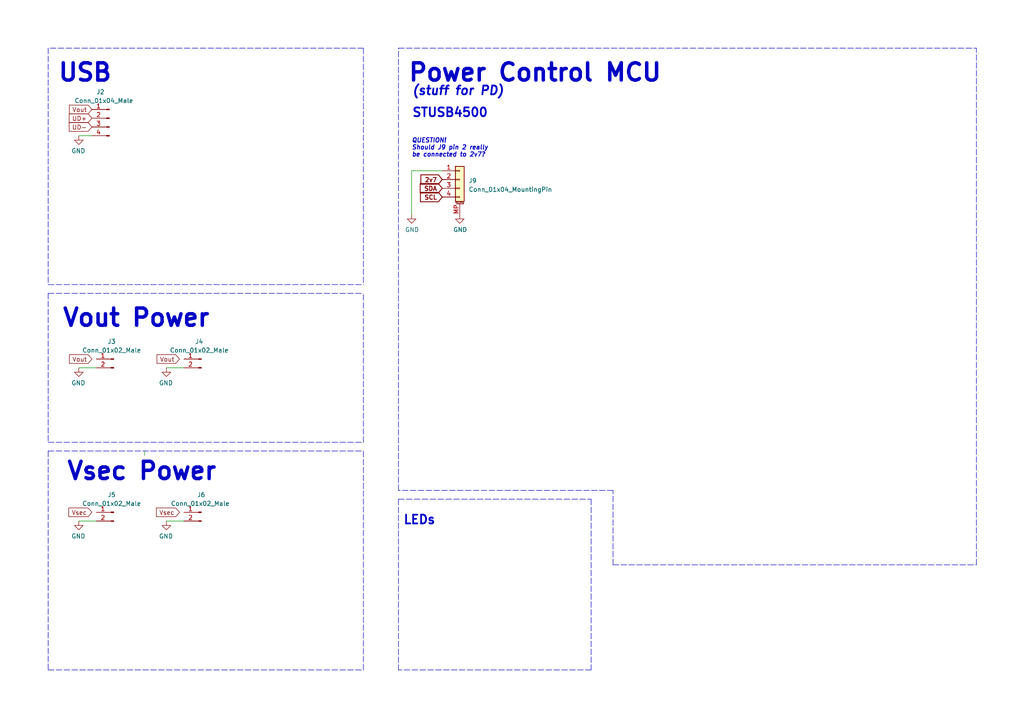
<source format=kicad_sch>
(kicad_sch (version 20211123) (generator eeschema)
  (paper "A4")
  (title_block (title "Prototype Board") (rev "0.0.1") (company "The Nerd Mage"))
  (lib_symbols
    (symbol "Connector:Conn_01x02_Male" (pin_names (offset 1.016) hide)
      (property "Reference" "J" (at 0 2.54 0))
      (property "Value" "Conn_01x02_Male" (at 0 -5.08 0))
      (symbol "Conn_01x02_Male_1_1"
        (polyline (pts (xy 1.27 -2.54) (xy 0.8636 -2.54)) (stroke (width 0.1524)))
        (polyline (pts (xy 1.27 0) (xy 0.8636 0)) (stroke (width 0.1524)))
        (rectangle (start 0.8636 -2.413) (end 0 -2.667) (stroke (width 0.1524)) (fill (type outline)))
        (rectangle (start 0.8636 0.127) (end 0 -0.127) (stroke (width 0.1524)) (fill (type outline)))
        (pin passive line (at 5.08 0 180) (length 3.81) (name "Pin_1") (number "1"))
        (pin passive line (at 5.08 -2.54 180) (length 3.81) (name "Pin_2") (number "2"))
      )
    )
    (symbol "Connector:Conn_01x04_Male" (pin_names (offset 1.016) hide)
      (property "Reference" "J" (at 0 5.08 0))
      (property "Value" "Conn_01x04_Male" (at 0 -7.62 0))
      (symbol "Conn_01x04_Male_1_1"
        (polyline (pts (xy 1.27 -5.08) (xy 0.8636 -5.08)) (stroke (width 0.1524)))
        (polyline (pts (xy 1.27 -2.54) (xy 0.8636 -2.54)) (stroke (width 0.1524)))
        (polyline (pts (xy 1.27 0) (xy 0.8636 0)) (stroke (width 0.1524)))
        (polyline (pts (xy 1.27 2.54) (xy 0.8636 2.54)) (stroke (width 0.1524)))
        (rectangle (start 0.8636 -4.953) (end 0 -5.207) (stroke (width 0.1524)) (fill (type outline)))
        (rectangle (start 0.8636 -2.413) (end 0 -2.667) (stroke (width 0.1524)) (fill (type outline)))
        (rectangle (start 0.8636 0.127) (end 0 -0.127) (stroke (width 0.1524)) (fill (type outline)))
        (rectangle (start 0.8636 2.667) (end 0 2.413) (stroke (width 0.1524)) (fill (type outline)))
        (pin passive line (at 5.08 2.54 180) (length 3.81) (name "Pin_1") (number "1"))
        (pin passive line (at 5.08 0 180) (length 3.81) (name "Pin_2") (number "2"))
        (pin passive line (at 5.08 -2.54 180) (length 3.81) (name "Pin_3") (number "3"))
        (pin passive line (at 5.08 -5.08 180) (length 3.81) (name "Pin_4") (number "4"))
      )
    )
    (symbol "Connector_Generic_MountingPin:Conn_01x04_MountingPin" (pin_names (offset 1.016) hide)
      (property "Reference" "J" (at 0 5.08 0))
      (property "Value" "Conn_01x04_MountingPin" (at 1.27 -7.62 0))
      (symbol "Conn_01x04_MountingPin_1_1"
        (rectangle (start -1.27 -4.953) (end 0 -5.207) (stroke (width 0.1524)))
        (rectangle (start -1.27 -2.413) (end 0 -2.667) (stroke (width 0.1524)))
        (rectangle (start -1.27 0.127) (end 0 -0.127) (stroke (width 0.1524)))
        (rectangle (start -1.27 2.667) (end 0 2.413) (stroke (width 0.1524)))
        (rectangle (start -1.27 3.81) (end 1.27 -6.35) (stroke (width 0.254)) (fill (type background)))
        (polyline (pts (xy -1.016 -7.112) (xy 1.016 -7.112)) (stroke (width 0.1524)))
        (text "Mounting" (at 0 -6.731 0) (effects (font (size 0.381 0.381))))
        (pin passive line (at -5.08 2.54 0) (length 3.81) (name "Pin_1") (number "1"))
        (pin passive line (at -5.08 0 0) (length 3.81) (name "Pin_2") (number "2"))
        (pin passive line (at -5.08 -2.54 0) (length 3.81) (name "Pin_3") (number "3"))
        (pin passive line (at -5.08 -5.08 0) (length 3.81) (name "Pin_4") (number "4"))
        (pin passive line (at 0 -10.16 90) (length 3.048) (name "MountPin") (number "MP"))
      )
    )
    (symbol "power:GND" (power) (pin_names (offset 0))
      (property "Value" "GND" (at 0 -3.81 0))
      (symbol "GND_0_1"
        (polyline (pts (xy 0 0) (xy 0 -1.27) (xy 1.27 -1.27) (xy 0 -2.54) (xy -1.27 -1.27) (xy 0 -1.27)))
      )
      (symbol "GND_1_1"
        (pin power_in line (at 0 0 270) (length 0) hide (name "GND") (number "1"))
      )
    )
  )
  (polyline (pts (xy 115.57 144.78) (xy 171.45 144.78)))
  (polyline (pts (xy 105.41 13.97) (xy 105.41 82.55)))
  (polyline (pts (xy 105.41 13.97) (xy 13.97 13.97)))
  (polyline (pts (xy 13.97 128.27) (xy 105.41 128.27)))
  (polyline (pts (xy 115.57 144.78) (xy 115.57 194.31)))
  (polyline (pts (xy 105.41 128.27) (xy 105.41 85.09)))
  (wire (pts (xy 128.27 49.53) (xy 119.38 49.53)))
  (polyline (pts (xy 13.97 130.81) (xy 105.41 130.81)))
  (polyline (pts (xy 13.97 85.09) (xy 13.97 128.27)))
  (polyline (pts (xy 171.45 194.31) (xy 115.57 194.31)))
  (polyline (pts (xy 13.97 194.31) (xy 105.41 194.31)))
  (wire (pts (xy 26.67 39.37) (xy 22.86 39.37)))
  (polyline (pts (xy 13.97 82.55) (xy 105.41 82.55)))
  (polyline (pts (xy 115.57 142.24) (xy 115.57 13.97)))
  (polyline (pts (xy 105.41 194.31) (xy 105.41 130.81)))
  (polyline (pts (xy 13.97 130.81) (xy 13.97 194.31)))
  (polyline (pts (xy 115.57 13.97) (xy 283.21 13.97)))
  (polyline (pts (xy 177.8 142.24) (xy 115.57 142.24)))
  (polyline (pts (xy 13.97 13.97) (xy 13.97 82.55)))
  (wire (pts (xy 48.26 106.68) (xy 53.34 106.68)))
  (wire (pts (xy 22.86 106.68) (xy 27.94 106.68)))
  (polyline (pts (xy 177.8 163.83) (xy 177.8 142.24)))
  (wire (pts (xy 41.91 132.08) (xy 41.91 130.81)))
  (wire (pts (xy 48.26 151.13) (xy 53.34 151.13)))
  (polyline (pts (xy 177.8 163.83) (xy 283.21 163.83)))
  (wire (pts (xy 119.38 49.53) (xy 119.38 62.23)))
  (polyline (pts (xy 171.45 144.78) (xy 171.45 194.31)))
  (polyline (pts (xy 283.21 163.83) (xy 283.21 13.97)))
  (polyline (pts (xy 13.97 85.09) (xy 105.41 85.09)))
  (wire (pts (xy 22.86 151.13) (xy 27.94 151.13)))
  (text "Vsec Power" (at 19.05 139.7 0) (effects (font (size 5 5) (thickness 1) bold) (justify left bottom)))
  (text "Vout Power" (at 17.78 95.25 0) (effects (font (size 5 5) (thickness 1) bold) (justify left bottom)))
  (text "QUESTION!\nShould J9 pin 2 really\nbe connected to 2v7?" (at 119.38 45.72 0) (effects (font (size 1.27 1.27) (thickness 0.254) bold italic) (justify left bottom)))
  (text "STUSB4500" (at 119.38 34.29 180) (effects (font (size 2.54 2.54) (thickness 0.508) bold) (justify left bottom)))
  (text "USB" (at 16.51 24.13 0) (effects (font (size 5 5) (thickness 1) bold) (justify left bottom)))
  (text "(stuff for PD)" (at 119.38 27.94 0) (effects (font (size 2.54 2.54) (thickness 0.508) bold italic) (justify left bottom)))
  (text "Power Control MCU" (at 118.11 24.13 0) (effects (font (size 5 5) (thickness 1) bold) (justify left bottom)))
  (text "LEDs" (at 116.84 152.4 180) (effects (font (size 2.54 2.54) (thickness 0.508) bold) (justify left bottom)))
  (global_label "2v7" (shape input) (at 128.27 52.07 180) (effects (font (thickness 0.254) bold)) (property "Intersheet References" "${INTERSHEET_REFS}" (effects hide)))
  (global_label "Vout" (shape input) (at 26.67 31.75 180) (property "Intersheet References" "${INTERSHEET_REFS}" (effects hide)))
  (global_label "Vout" (shape input) (at 26.67 104.14 180) (property "Intersheet References" "${INTERSHEET_REFS}" (effects hide)))
  (global_label "Vout" (shape input) (at 52.07 104.14 180) (property "Intersheet References" "${INTERSHEET_REFS}" (effects hide)))
  (global_label "Vsec" (shape input) (at 26.67 148.59 180) (property "Intersheet References" "${INTERSHEET_REFS}" (effects hide)))
  (global_label "UD-" (shape input) (at 26.67 36.83 180) (property "Intersheet References" "${INTERSHEET_REFS}" (effects hide)))
  (global_label "SDA" (shape input) (at 128.27 54.61 180) (effects (font bold)) (property "Intersheet References" "${INTERSHEET_REFS}" (effects hide)))
  (global_label "SCL" (shape input) (at 128.27 57.15 180) (effects (font (thickness 0.254) bold)) (property "Intersheet References" "${INTERSHEET_REFS}" (effects hide)))
  (global_label "Vsec" (shape input) (at 52.07 148.59 180) (property "Intersheet References" "${INTERSHEET_REFS}" (effects hide)))
  (global_label "UD+" (shape input) (at 26.67 34.29 180) (property "Intersheet References" "${INTERSHEET_REFS}" (effects hide)))
  (symbol (lib_id "Connector:Conn_01x02_Male") (at 33.02 104.14 0) (mirror y) (unit 1)
    (property "Reference" "J3" (at 32.385 99.06 0))
    (property "Value" "Conn_01x02_Male" (at 32.385 101.6 0))
    (property "Footprint" "Tinker:PinHeader_1x02_P2.54mm_Vertical" (effects hide))
  )
  (symbol (lib_id "power:GND") (at 22.86 39.37 0) (mirror y) (unit 1)
    (property "Reference" "#PWR0106" (effects hide))
    (property "Value" "GND" (at 22.733 43.7642 0))
  )
  (symbol (lib_id "Connector:Conn_01x02_Male") (at 58.42 104.14 0) (mirror y) (unit 1)
    (property "Reference" "J4" (at 57.785 99.06 0))
    (property "Value" "Conn_01x02_Male" (at 57.785 101.6 0))
    (property "Footprint" "Tinker:PinHeader_1x02_P2.54mm_Vertical" (effects hide))
  )
  (symbol (lib_id "power:GND") (at 22.86 106.68 0) (mirror y) (unit 1)
    (property "Reference" "#PWR0104" (effects hide))
    (property "Value" "GND" (at 22.733 111.0742 0))
  )
  (symbol (lib_id "power:GND") (at 48.26 151.13 0) (mirror y) (unit 1)
    (property "Reference" "#PWR0101" (effects hide))
    (property "Value" "GND" (at 48.133 155.5242 0))
  )
  (symbol (lib_id "power:GND") (at 48.26 106.68 0) (mirror y) (unit 1)
    (property "Reference" "#PWR0102" (effects hide))
    (property "Value" "GND" (at 48.133 111.0742 0))
  )
  (symbol (lib_id "power:GND") (at 22.86 151.13 0) (mirror y) (unit 1)
    (property "Reference" "#PWR0120" (effects hide))
    (property "Value" "GND" (at 22.733 155.5242 0))
  )
  (symbol (lib_id "Connector_Generic_MountingPin:Conn_01x04_MountingPin") (at 133.35 52.07 0) (unit 1)
    (property "Reference" "J9" (at 135.89 52.4255 0) (effects (justify left)))
    (property "Value" "Conn_01x04_MountingPin" (at 135.89 54.9655 0) (effects (justify left)))
    (property "Footprint" "Tinker:JST_SH_SM04B-SRSS-TB_1x04-1MP_P1.00mm_Horizontal" (effects hide))
  )
  (symbol (lib_id "Connector:Conn_01x02_Male") (at 58.42 148.59 0) (mirror y) (unit 1)
    (property "Reference" "J6" (at 57.15 143.51 0) (effects (justify right)))
    (property "Value" "Conn_01x02_Male" (at 49.53 146.05 0) (effects (justify right)))
    (property "Footprint" "Tinker:PinHeader_1x02_P2.54mm_Vertical" (effects hide))
  )
  (symbol (lib_id "Connector:Conn_01x04_Male") (at 31.75 34.29 0) (mirror y) (unit 1)
    (property "Reference" "J2" (at 27.94 26.67 0) (effects (justify right)))
    (property "Value" "Conn_01x04_Male" (at 21.59 29.21 0) (effects (justify right)))
    (property "Footprint" "Tinker:PinHeader_1x04_P2.54mm_Vertical" (effects hide))
  )
  (symbol (lib_id "power:GND") (at 133.35 62.23 0) (unit 1)
    (property "Reference" "#PWR0123" (effects hide))
    (property "Value" "GND" (at 133.477 66.6242 0))
  )
  (symbol (lib_id "power:GND") (at 119.38 62.23 0) (unit 1)
    (property "Reference" "#PWR0124" (effects hide))
    (property "Value" "GND" (at 119.507 66.6242 0))
  )
  (symbol (lib_id "Connector:Conn_01x02_Male") (at 33.02 148.59 0) (mirror y) (unit 1)
    (property "Reference" "J5" (at 32.385 143.51 0))
    (property "Value" "Conn_01x02_Male" (at 32.385 146.05 0))
    (property "Footprint" "Tinker:PinHeader_1x02_P2.54mm_Vertical" (effects hide))
  )
)
</source>
